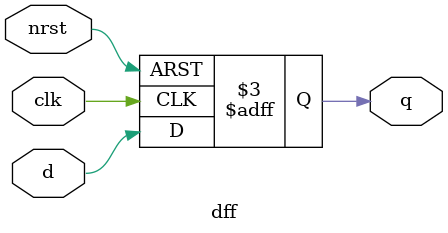
<source format=v>
module dff (
    input   clk, nrst, d,
    output  reg q
);
    always @(posedge clk, negedge nrst) begin
        if (nrst == 0)
            q <= 0;
        else 
            q <= d;
    end
endmodule
</source>
